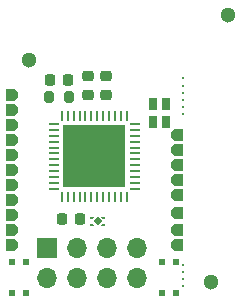
<source format=gbr>
%TF.GenerationSoftware,KiCad,Pcbnew,(5.99.0-10506-gb986797469)*%
%TF.CreationDate,2022-01-12T07:01:15+01:00*%
%TF.ProjectId,ESP31_V3,45535033-315f-4563-932e-6b696361645f,rev?*%
%TF.SameCoordinates,Original*%
%TF.FileFunction,Soldermask,Top*%
%TF.FilePolarity,Negative*%
%FSLAX46Y46*%
G04 Gerber Fmt 4.6, Leading zero omitted, Abs format (unit mm)*
G04 Created by KiCad (PCBNEW (5.99.0-10506-gb986797469)) date 2022-01-12 07:01:15*
%MOMM*%
%LPD*%
G01*
G04 APERTURE LIST*
G04 Aperture macros list*
%AMRoundRect*
0 Rectangle with rounded corners*
0 $1 Rounding radius*
0 $2 $3 $4 $5 $6 $7 $8 $9 X,Y pos of 4 corners*
0 Add a 4 corners polygon primitive as box body*
4,1,4,$2,$3,$4,$5,$6,$7,$8,$9,$2,$3,0*
0 Add four circle primitives for the rounded corners*
1,1,$1+$1,$2,$3*
1,1,$1+$1,$4,$5*
1,1,$1+$1,$6,$7*
1,1,$1+$1,$8,$9*
0 Add four rect primitives between the rounded corners*
20,1,$1+$1,$2,$3,$4,$5,0*
20,1,$1+$1,$4,$5,$6,$7,0*
20,1,$1+$1,$6,$7,$8,$9,0*
20,1,$1+$1,$8,$9,$2,$3,0*%
%AMRotRect*
0 Rectangle, with rotation*
0 The origin of the aperture is its center*
0 $1 length*
0 $2 width*
0 $3 Rotation angle, in degrees counterclockwise*
0 Add horizontal line*
21,1,$1,$2,0,0,$3*%
%AMOutline5P*
0 Free polygon, 5 corners , with rotation*
0 The origin of the aperture is its center*
0 number of corners: always 8*
0 $1 to $10 corner X, Y*
0 $11 Rotation angle, in degrees counterclockwise*
0 create outline with 8 corners*
4,1,5,$1,$2,$3,$4,$5,$6,$7,$8,$9,$10,$1,$2,$11*%
%AMOutline6P*
0 Free polygon, 6 corners , with rotation*
0 The origin of the aperture is its center*
0 number of corners: always 6*
0 $1 to $12 corner X, Y*
0 $13 Rotation angle, in degrees counterclockwise*
0 create outline with 6 corners*
4,1,6,$1,$2,$3,$4,$5,$6,$7,$8,$9,$10,$11,$12,$1,$2,$13*%
%AMOutline7P*
0 Free polygon, 7 corners , with rotation*
0 The origin of the aperture is its center*
0 number of corners: always 7*
0 $1 to $14 corner X, Y*
0 $15 Rotation angle, in degrees counterclockwise*
0 create outline with 7 corners*
4,1,7,$1,$2,$3,$4,$5,$6,$7,$8,$9,$10,$11,$12,$13,$14,$1,$2,$15*%
%AMOutline8P*
0 Free polygon, 8 corners , with rotation*
0 The origin of the aperture is its center*
0 number of corners: always 8*
0 $1 to $16 corner X, Y*
0 $17 Rotation angle, in degrees counterclockwise*
0 create outline with 8 corners*
4,1,8,$1,$2,$3,$4,$5,$6,$7,$8,$9,$10,$11,$12,$13,$14,$15,$16,$1,$2,$17*%
%AMFreePoly0*
4,1,5,0.110000,-0.125000,-0.110000,-0.125000,-0.110000,0.125000,0.360000,0.125000,0.110000,-0.125000,0.110000,-0.125000,$1*%
%AMFreePoly1*
4,1,6,0.290000,-0.055000,0.290000,-0.125000,-0.110000,-0.125000,-0.110000,0.125000,0.110000,0.125000,0.290000,-0.055000,0.290000,-0.055000,$1*%
%AMFreePoly2*
4,1,6,0.110000,-0.125000,-0.290000,-0.125000,-0.290000,-0.055000,-0.110000,0.125000,0.110000,0.125000,0.110000,-0.125000,0.110000,-0.125000,$1*%
%AMFreePoly3*
4,1,6,0.110000,-0.125000,-0.110000,-0.125000,-0.290000,0.055000,-0.290000,0.125000,0.110000,0.125000,0.110000,-0.125000,0.110000,-0.125000,$1*%
G04 Aperture macros list end*
%ADD10C,0.300000*%
%ADD11Outline6P,0.250000X-0.500000X-0.500000X-0.500000X-0.500000X0.500000X0.250000X0.500000X0.500000X0.250000X0.500000X-0.250000X180.000000*%
%ADD12Outline6P,0.250000X-0.500000X-0.500000X-0.500000X-0.500000X0.500000X0.250000X0.500000X0.500000X0.250000X0.500000X-0.250000X0.000000*%
%ADD13RoundRect,0.225000X-0.225000X-0.250000X0.225000X-0.250000X0.225000X0.250000X-0.225000X0.250000X0*%
%ADD14C,1.300000*%
%ADD15FreePoly0,180.000000*%
%ADD16FreePoly1,180.000000*%
%ADD17FreePoly2,180.000000*%
%ADD18FreePoly3,180.000000*%
%ADD19RotRect,0.480000X0.480000X225.000000*%
%ADD20RoundRect,0.225000X-0.250000X0.225000X-0.250000X-0.225000X0.250000X-0.225000X0.250000X0.225000X0*%
%ADD21RoundRect,0.062500X-0.062500X0.337500X-0.062500X-0.337500X0.062500X-0.337500X0.062500X0.337500X0*%
%ADD22RoundRect,0.062500X-0.337500X0.062500X-0.337500X-0.062500X0.337500X-0.062500X0.337500X0.062500X0*%
%ADD23R,5.300000X5.300000*%
%ADD24RoundRect,0.200000X0.200000X0.275000X-0.200000X0.275000X-0.200000X-0.275000X0.200000X-0.275000X0*%
%ADD25R,0.600000X0.600000*%
%ADD26R,0.800000X1.000000*%
%ADD27R,1.700000X1.700000*%
%ADD28O,1.700000X1.700000*%
G04 APERTURE END LIST*
D10*
%TO.C,*%
X119000000Y-114000000D03*
%TD*%
%TO.C,*%
X119000000Y-96400000D03*
%TD*%
%TO.C,*%
X119000000Y-97000000D03*
%TD*%
%TO.C,*%
X119000000Y-97600000D03*
%TD*%
%TO.C,*%
X119000000Y-98200000D03*
%TD*%
D11*
%TO.C,J5*%
X118500000Y-107780000D03*
%TD*%
%TO.C,J10*%
X118500000Y-101180000D03*
%TD*%
%TO.C,J7*%
X118500000Y-109230000D03*
%TD*%
D12*
%TO.C,J18*%
X104500000Y-102870000D03*
%TD*%
D11*
%TO.C,J9*%
X118500000Y-103720000D03*
%TD*%
D13*
%TO.C,C2*%
X107725000Y-96500000D03*
X109275000Y-96500000D03*
%TD*%
D11*
%TO.C,J6*%
X118500000Y-110500000D03*
%TD*%
%TO.C,J12*%
X118500000Y-104990000D03*
%TD*%
D12*
%TO.C,J19*%
X104500000Y-100330000D03*
%TD*%
D13*
%TO.C,C1*%
X108725000Y-108300000D03*
X110275000Y-108300000D03*
%TD*%
D14*
%TO.C,REF\u002A\u002A*%
X106000000Y-94800000D03*
%TD*%
D10*
%TO.C,REF\u002A\u002A*%
X119000000Y-99400000D03*
%TD*%
%TO.C,*%
X119000000Y-112200000D03*
%TD*%
D15*
%TO.C,U1*%
X112340000Y-108825000D03*
D16*
X112340000Y-108175000D03*
D17*
X111260000Y-108175000D03*
D18*
X111260000Y-108825000D03*
D19*
X111800000Y-108500000D03*
%TD*%
D12*
%TO.C,J13*%
X104500000Y-107950000D03*
%TD*%
D20*
%TO.C,C3*%
X111000000Y-96225000D03*
X111000000Y-97775000D03*
%TD*%
D14*
%TO.C,*%
X122800000Y-91000000D03*
%TD*%
D20*
%TO.C,C4*%
X112500000Y-96225000D03*
X112500000Y-97775000D03*
%TD*%
D10*
%TO.C,*%
X119000000Y-98800000D03*
%TD*%
D12*
%TO.C,J15*%
X104500000Y-110490000D03*
%TD*%
%TO.C,J17*%
X104500000Y-106680000D03*
%TD*%
%TO.C,J14*%
X104500000Y-109220000D03*
%TD*%
D11*
%TO.C,J8*%
X118500000Y-106260000D03*
%TD*%
D21*
%TO.C,U2*%
X114250000Y-99550000D03*
X113750000Y-99550000D03*
X113250000Y-99550000D03*
X112750000Y-99550000D03*
X112250000Y-99550000D03*
X111750000Y-99550000D03*
X111250000Y-99550000D03*
X110750000Y-99550000D03*
X110250000Y-99550000D03*
X109750000Y-99550000D03*
X109250000Y-99550000D03*
X108750000Y-99550000D03*
D22*
X108050000Y-100250000D03*
X108050000Y-100750000D03*
X108050000Y-101250000D03*
X108050000Y-101750000D03*
X108050000Y-102250000D03*
X108050000Y-102750000D03*
X108050000Y-103250000D03*
X108050000Y-103750000D03*
X108050000Y-104250000D03*
X108050000Y-104750000D03*
X108050000Y-105250000D03*
X108050000Y-105750000D03*
D21*
X108750000Y-106450000D03*
X109250000Y-106450000D03*
X109750000Y-106450000D03*
X110250000Y-106450000D03*
X110750000Y-106450000D03*
X111250000Y-106450000D03*
X111750000Y-106450000D03*
X112250000Y-106450000D03*
X112750000Y-106450000D03*
X113250000Y-106450000D03*
X113750000Y-106450000D03*
X114250000Y-106450000D03*
D22*
X114950000Y-105750000D03*
X114950000Y-105250000D03*
X114950000Y-104750000D03*
X114950000Y-104250000D03*
X114950000Y-103750000D03*
X114950000Y-103250000D03*
X114950000Y-102750000D03*
X114950000Y-102250000D03*
X114950000Y-101750000D03*
X114950000Y-101250000D03*
X114950000Y-100750000D03*
X114950000Y-100250000D03*
D23*
X111500000Y-103000000D03*
%TD*%
D12*
%TO.C,J3*%
X104500000Y-105410000D03*
%TD*%
%TO.C,J4*%
X104500000Y-104140000D03*
%TD*%
D11*
%TO.C,J11*%
X118500000Y-102450000D03*
%TD*%
D24*
%TO.C,R1*%
X109325000Y-98000000D03*
X107675000Y-98000000D03*
%TD*%
D14*
%TO.C,*%
X121400000Y-113600000D03*
%TD*%
D25*
%TO.C,SW1*%
X118456000Y-111984000D03*
X118456000Y-114584000D03*
X117256000Y-114584000D03*
X117256000Y-111984000D03*
%TD*%
D10*
%TO.C,*%
X119000000Y-113400000D03*
%TD*%
D25*
%TO.C,SW2*%
X104556000Y-111984000D03*
X104556000Y-114584000D03*
X105756000Y-114584000D03*
X105756000Y-111984000D03*
%TD*%
D12*
%TO.C,J1*%
X104500000Y-97790000D03*
%TD*%
%TO.C,J16*%
X104500000Y-101600000D03*
%TD*%
D26*
%TO.C,D1*%
X117550000Y-98590000D03*
X116450000Y-98590000D03*
X116450000Y-100090000D03*
X117550000Y-100090000D03*
%TD*%
D12*
%TO.C,J2*%
X104500000Y-99060000D03*
%TD*%
D10*
%TO.C,*%
X119000000Y-112800000D03*
%TD*%
D27*
%TO.C,J20*%
X107500000Y-110725000D03*
D28*
X107500000Y-113265000D03*
X110040000Y-110725000D03*
X110040000Y-113265000D03*
X112580000Y-110725000D03*
X112580000Y-113265000D03*
X115120000Y-110725000D03*
X115120000Y-113265000D03*
%TD*%
M02*

</source>
